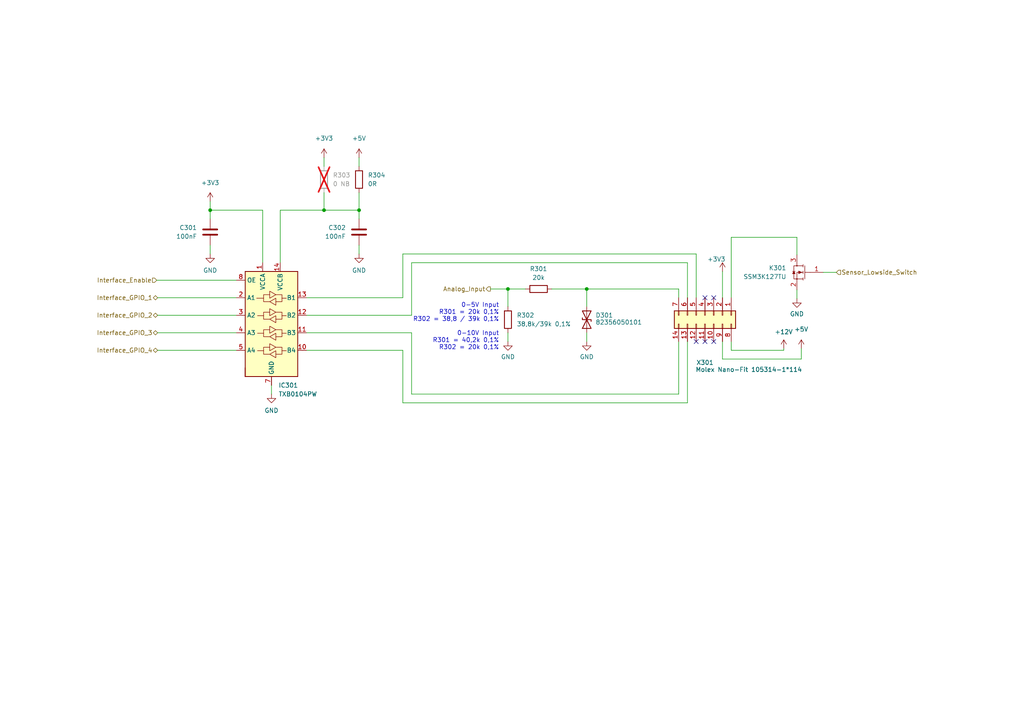
<source format=kicad_sch>
(kicad_sch (version 20250114) (generator "eeschema") (generator_version "9.0")
  (paper "A4")
  (lib_symbols
    (symbol "Connector_Generic:Conn_02x07_Top_Bottom" (pin_names (offset 1.016) (hide yes))
      (property "Reference" "J" (at 1.27 10.16 0))
      (property "Value" "Conn_02x07_Top_Bottom" (at 1.27 -10.16 0))
      (symbol "Conn_02x07_Top_Bottom_1_1"
        (rectangle (start -1.27 8.89) (end 3.81 -8.89) (stroke (width 0.254)) (fill (type background)))
        (rectangle (start -1.27 7.747) (end 0 7.493) (stroke (width 0.1524)))
        (rectangle (start -1.27 5.207) (end 0 4.953) (stroke (width 0.1524)))
        (rectangle (start -1.27 2.667) (end 0 2.413) (stroke (width 0.1524)))
        (rectangle (start -1.27 0.127) (end 0 -0.127) (stroke (width 0.1524)))
        (rectangle (start -1.27 -2.413) (end 0 -2.667) (stroke (width 0.1524)))
        (rectangle (start -1.27 -4.953) (end 0 -5.207) (stroke (width 0.1524)))
        (rectangle (start -1.27 -7.493) (end 0 -7.747) (stroke (width 0.1524)))
        (rectangle (start 3.81 7.747) (end 2.54 7.493) (stroke (width 0.1524)))
        (rectangle (start 3.81 5.207) (end 2.54 4.953) (stroke (width 0.1524)))
        (rectangle (start 3.81 2.667) (end 2.54 2.413) (stroke (width 0.1524)))
        (rectangle (start 3.81 0.127) (end 2.54 -0.127) (stroke (width 0.1524)))
        (rectangle (start 3.81 -2.413) (end 2.54 -2.667) (stroke (width 0.1524)))
        (rectangle (start 3.81 -4.953) (end 2.54 -5.207) (stroke (width 0.1524)))
        (rectangle (start 3.81 -7.493) (end 2.54 -7.747) (stroke (width 0.1524)))
        (pin passive line (at -5.08 7.62 0) (length 3.81) (name "Pin_1") (number "1"))
        (pin passive line (at -5.08 5.08 0) (length 3.81) (name "Pin_2") (number "2"))
        (pin passive line (at -5.08 2.54 0) (length 3.81) (name "Pin_3") (number "3"))
        (pin passive line (at -5.08 0 0) (length 3.81) (name "Pin_4") (number "4"))
        (pin passive line (at -5.08 -2.54 0) (length 3.81) (name "Pin_5") (number "5"))
        (pin passive line (at -5.08 -5.08 0) (length 3.81) (name "Pin_6") (number "6"))
        (pin passive line (at -5.08 -7.62 0) (length 3.81) (name "Pin_7") (number "7"))
        (pin passive line (at 7.62 7.62 180) (length 3.81) (name "Pin_8") (number "8"))
        (pin passive line (at 7.62 5.08 180) (length 3.81) (name "Pin_9") (number "9"))
        (pin passive line (at 7.62 2.54 180) (length 3.81) (name "Pin_10") (number "10"))
        (pin passive line (at 7.62 0 180) (length 3.81) (name "Pin_11") (number "11"))
        (pin passive line (at 7.62 -2.54 180) (length 3.81) (name "Pin_12") (number "12"))
        (pin passive line (at 7.62 -5.08 180) (length 3.81) (name "Pin_13") (number "13"))
        (pin passive line (at 7.62 -7.62 180) (length 3.81) (name "Pin_14") (number "14"))
      )
    )
    (symbol "Device:C" (pin_numbers (hide yes)) (pin_names (offset 0.254))
      (property "Reference" "C" (at 0.635 2.54 0))
      (property "Value" "C" (at 0.635 -2.54 0))
      (symbol "C_0_1"
        (polyline (pts (xy -2.032 0.762) (xy 2.032 0.762)) (stroke (width 0.508)))
        (polyline (pts (xy -2.032 -0.762) (xy 2.032 -0.762)) (stroke (width 0.508)))
      )
      (symbol "C_1_1"
        (pin passive line (at 0 3.81 270) (length 2.794) (name "~") (number "1"))
        (pin passive line (at 0 -3.81 90) (length 2.794) (name "~") (number "2"))
      )
    )
    (symbol "Device:D_TVS" (pin_numbers (hide yes)) (pin_names (offset 1.016) (hide yes))
      (property "Reference" "D" (at 0 2.54 0))
      (property "Value" "D_TVS" (at 0 -2.54 0))
      (symbol "D_TVS_0_1"
        (polyline (pts (xy -2.54 1.27) (xy -2.54 -1.27) (xy 2.54 1.27) (xy 2.54 -1.27) (xy -2.54 1.27)) (stroke (width 0.254)))
        (polyline (pts (xy 0.508 1.27) (xy 0 1.27) (xy 0 -1.27) (xy -0.508 -1.27)) (stroke (width 0.254)))
        (polyline (pts (xy 1.27 0) (xy -1.27 0)))
      )
      (symbol "D_TVS_1_1"
        (pin passive line (at -3.81 0 0) (length 2.54) (name "A1") (number "1"))
        (pin passive line (at 3.81 0 180) (length 2.54) (name "A2") (number "2"))
      )
    )
    (symbol "Device:R" (pin_numbers (hide yes)) (pin_names (offset 0))
      (property "Reference" "R" (at 2.032 0 90))
      (property "Value" "R" (at 0 0 90))
      (symbol "R_0_1"
        (rectangle (start -1.016 -2.54) (end 1.016 2.54) (stroke (width 0.254)))
      )
      (symbol "R_1_1"
        (pin passive line (at 0 3.81 270) (length 1.27) (name "~") (number "1"))
        (pin passive line (at 0 -3.81 90) (length 1.27) (name "~") (number "2"))
      )
    )
    (symbol "HER_Symbole:NMOS_FET"
      (property "Reference" "K301" (at 3.048 -1.2701 0))
      (property "Value" "SSM3K127TU" (at 3.048 1.2699 0))
      (symbol "NMOS_FET_0_1"
        (polyline (pts (xy -3.81 0) (xy -2.286 0)))
        (polyline (pts (xy -2.286 -1.905) (xy -2.286 1.905)))
        (polyline (pts (xy -1.778 2.286) (xy -1.778 1.524)))
        (polyline (pts (xy -1.778 1.905) (xy 0 1.905)))
        (polyline (pts (xy -1.778 0.381) (xy -1.778 -0.381)))
        (polyline (pts (xy -1.778 0) (xy 0 0) (xy 0 2.032)))
        (polyline (pts (xy -1.778 -1.524) (xy -1.778 -2.286)))
        (polyline (pts (xy -1.778 -1.905) (xy 0.254 -1.905) (xy 0.889 -1.905) (xy 0.889 1.905) (xy 0.254 1.905) (xy 0 1.905)))
        (polyline (pts (xy -1.397 0) (xy -0.508 0.381) (xy -0.508 -0.381) (xy -1.397 0)) (fill (type outline)))
        (circle (center 0 1.905) (radius 0.127))
        (circle (center 0 -1.905) (radius 0.127))
        (polyline (pts (xy 0.508 -0.254) (xy 1.27 -0.254)))
        (polyline (pts (xy 0.889 -0.254) (xy 1.27 0.381) (xy 0.508 0.381) (xy 0.889 -0.254)) (fill (type outline)))
      )
      (symbol "NMOS_FET_1_1"
        (pin passive line (at -7.62 0 0) (length 3.81) (name "") (number "1"))
        (pin passive line (at 0 5.08 270) (length 3.048) (name "") (number "2"))
        (pin passive line (at 0 -5.08 90) (length 3.048) (name "") (number "3"))
      )
    )
    (symbol "Logic_LevelTranslator:TXB0104PW"
      (property "Reference" "U" (at -6.35 16.51 0))
      (property "Value" "TXB0104PW" (at 3.81 16.51 0))
      (symbol "TXB0104PW_0_1"
        (rectangle (start -7.62 15.24) (end 7.62 -15.24) (stroke (width 0.254)) (fill (type background)))
        (rectangle (start -7.62 -15.24) (end -7.62 -12.7) (stroke (width 0.254)))
        (polyline (pts (xy -2.286 7.493) (xy -2.286 8.509) (xy -0.508 8.509)))
        (polyline (pts (xy -2.286 2.413) (xy -2.286 3.429) (xy -0.508 3.429)))
        (polyline (pts (xy -2.286 -2.667) (xy -2.286 -1.651) (xy -0.508 -1.651)))
        (polyline (pts (xy -2.286 -7.747) (xy -2.286 -6.731) (xy -0.508 -6.731)))
        (polyline (pts (xy -0.508 6.477) (xy -2.286 6.477) (xy -2.286 7.493) (xy -4.318 7.493)))
        (polyline (pts (xy -0.508 6.477) (xy 1.27 7.493) (xy 1.27 5.461) (xy -0.508 6.477)))
        (polyline (pts (xy -0.508 1.397) (xy -2.286 1.397) (xy -2.286 2.413) (xy -4.064 2.413)))
        (polyline (pts (xy -0.508 1.397) (xy 1.27 2.413) (xy 1.27 0.381) (xy -0.508 1.397)))
        (polyline (pts (xy -0.508 -3.683) (xy -2.286 -3.683) (xy -2.286 -2.667) (xy -4.064 -2.667)))
        (polyline (pts (xy -0.508 -3.683) (xy 1.27 -2.667) (xy 1.27 -4.699) (xy -0.508 -3.683)))
        (polyline (pts (xy -0.508 -8.763) (xy -2.286 -8.763) (xy -2.286 -7.747) (xy -4.064 -7.747)))
        (polyline (pts (xy -0.508 -8.763) (xy 1.27 -7.747) (xy 1.27 -9.779) (xy -0.508 -8.763)))
        (polyline (pts (xy 1.27 8.509) (xy -0.508 7.493) (xy -0.508 9.525) (xy 1.27 8.509)))
        (polyline (pts (xy 1.27 8.509) (xy 3.048 8.509) (xy 3.048 7.493) (xy 4.318 7.493)))
        (polyline (pts (xy 1.27 3.429) (xy -0.508 2.413) (xy -0.508 4.445) (xy 1.27 3.429)))
        (polyline (pts (xy 1.27 3.429) (xy 3.048 3.429) (xy 3.048 2.413) (xy 4.318 2.413)))
        (polyline (pts (xy 1.27 -1.651) (xy -0.508 -2.667) (xy -0.508 -0.635) (xy 1.27 -1.651)))
        (polyline (pts (xy 1.27 -1.651) (xy 3.048 -1.651) (xy 3.048 -2.667) (xy 4.318 -2.667)))
        (polyline (pts (xy 1.27 -6.731) (xy -0.508 -7.747) (xy -0.508 -5.715) (xy 1.27 -6.731)))
        (polyline (pts (xy 1.27 -6.731) (xy 3.048 -6.731) (xy 3.048 -7.747) (xy 4.318 -7.747)))
        (polyline (pts (xy 3.048 7.493) (xy 3.048 6.477) (xy 1.27 6.477)))
        (polyline (pts (xy 3.048 2.413) (xy 3.048 1.397) (xy 1.27 1.397)))
        (polyline (pts (xy 3.048 -2.667) (xy 3.048 -3.683) (xy 1.27 -3.683)))
        (polyline (pts (xy 3.048 -7.747) (xy 3.048 -8.763) (xy 1.27 -8.763)))
      )
      (symbol "TXB0104PW_1_1"
        (pin input line (at -10.16 12.7 0) (length 2.54) (name "OE") (number "8"))
        (pin bidirectional line (at -10.16 7.62 0) (length 2.54) (name "A1") (number "2"))
        (pin bidirectional line (at -10.16 2.54 0) (length 2.54) (name "A2") (number "3"))
        (pin bidirectional line (at -10.16 -2.54 0) (length 2.54) (name "A3") (number "4"))
        (pin bidirectional line (at -10.16 -7.62 0) (length 2.54) (name "A4") (number "5"))
        (pin no_connect line (at -10.16 -12.7 0) (length 2.54) (hide yes) (name "NC") (number "6"))
        (pin power_in line (at -2.54 17.78 270) (length 2.54) (name "VCCA") (number "1"))
        (pin power_in line (at 0 -17.78 90) (length 2.54) (name "GND") (number "7"))
        (pin power_in line (at 2.54 17.78 270) (length 2.54) (name "VCCB") (number "14"))
        (pin bidirectional line (at 10.16 7.62 180) (length 2.54) (name "B1") (number "13"))
        (pin bidirectional line (at 10.16 2.54 180) (length 2.54) (name "B2") (number "12"))
        (pin bidirectional line (at 10.16 -2.54 180) (length 2.54) (name "B3") (number "11"))
        (pin bidirectional line (at 10.16 -7.62 180) (length 2.54) (name "B4") (number "10"))
        (pin no_connect line (at 10.16 -12.7 180) (length 2.54) (hide yes) (name "NC") (number "9"))
      )
    )
    (symbol "power:+12V" (power) (pin_names (offset 0))
      (property "Value" "+12V" (at 0 3.556 0))
      (symbol "+12V_0_1"
        (polyline (pts (xy -0.762 1.27) (xy 0 2.54)))
        (polyline (pts (xy 0 2.54) (xy 0.762 1.27)))
        (polyline (pts (xy 0 0) (xy 0 2.54)))
      )
      (symbol "+12V_1_1"
        (pin power_in line (at 0 0 90) (length 0) (hide yes) (name "+12V") (number "1"))
      )
    )
    (symbol "power:+3.3V" (power) (pin_names (offset 0))
      (property "Value" "+3.3V" (at 0 3.556 0))
      (symbol "+3.3V_0_1"
        (polyline (pts (xy -0.762 1.27) (xy 0 2.54)))
        (polyline (pts (xy 0 2.54) (xy 0.762 1.27)))
        (polyline (pts (xy 0 0) (xy 0 2.54)))
      )
      (symbol "+3.3V_1_1"
        (pin power_in line (at 0 0 90) (length 0) (hide yes) (name "+3V3") (number "1"))
      )
    )
    (symbol "power:+3V3" (power) (pin_names (offset 0))
      (property "Value" "+3V3" (at 0 3.556 0))
      (symbol "+3V3_0_1"
        (polyline (pts (xy -0.762 1.27) (xy 0 2.54)))
        (polyline (pts (xy 0 2.54) (xy 0.762 1.27)))
        (polyline (pts (xy 0 0) (xy 0 2.54)))
      )
      (symbol "+3V3_1_1"
        (pin power_in line (at 0 0 90) (length 0) (hide yes) (name "+3V3") (number "1"))
      )
    )
    (symbol "power:+5V" (power) (pin_names (offset 0))
      (property "Value" "+5V" (at 0 3.556 0))
      (symbol "+5V_0_1"
        (polyline (pts (xy -0.762 1.27) (xy 0 2.54)))
        (polyline (pts (xy 0 2.54) (xy 0.762 1.27)))
        (polyline (pts (xy 0 0) (xy 0 2.54)))
      )
      (symbol "+5V_1_1"
        (pin power_in line (at 0 0 90) (length 0) (hide yes) (name "+5V") (number "1"))
      )
    )
    (symbol "power:GND" (power) (pin_names (offset 0))
      (property "Value" "GND" (at 0 -3.81 0))
      (symbol "GND_0_1"
        (polyline (pts (xy 0 0) (xy 0 -1.27) (xy 1.27 -1.27) (xy 0 -2.54) (xy -1.27 -1.27) (xy 0 -1.27)))
      )
      (symbol "GND_1_1"
        (pin power_in line (at 0 0 270) (length 0) (hide yes) (name "GND") (number "1"))
      )
    )
  )
  (text "0-5V Input\nR301 = 20k 0,1%\nR302 = 38,8 / 39k 0,1%\n\n0-10V Input\nR301 = 40,2k 0,1%\nR302 = 20k 0,1%\n" (at 144.78 101.6 0) (effects (font (size 1.27 1.27)) (justify right bottom)))
  (junction (at 104.14 60.96))
  (junction (at 147.32 83.82))
  (junction (at 93.98 60.96))
  (junction (at 60.96 60.96))
  (junction (at 170.18 83.82))
  (no_connect (at 204.47 86.36))
  (no_connect (at 207.01 86.36))
  (no_connect (at 201.93 99.06))
  (no_connect (at 207.01 99.06))
  (no_connect (at 204.47 99.06))
  (wire (pts (xy 170.18 96.52) (xy 170.18 99.06)))
  (wire (pts (xy 119.38 96.52) (xy 119.38 114.3)))
  (wire (pts (xy 119.38 76.2) (xy 119.38 91.44)))
  (wire (pts (xy 212.09 101.6) (xy 227.33 101.6)))
  (wire (pts (xy 76.2 60.96) (xy 76.2 76.2)))
  (wire (pts (xy 231.14 68.834) (xy 231.14 73.914)))
  (wire (pts (xy 60.96 60.96) (xy 60.96 63.5)))
  (wire (pts (xy 238.76 78.994) (xy 242.57 78.994)))
  (wire (pts (xy 88.9 96.52) (xy 119.38 96.52)))
  (wire (pts (xy 227.33 101.6) (xy 227.33 101.092)))
  (wire (pts (xy 199.39 76.2) (xy 119.38 76.2)))
  (wire (pts (xy 104.14 55.88) (xy 104.14 60.96)))
  (wire (pts (xy 60.96 73.66) (xy 60.96 71.12)))
  (wire (pts (xy 116.84 116.84) (xy 199.39 116.84)))
  (wire (pts (xy 196.85 83.82) (xy 196.85 86.36)))
  (wire (pts (xy 45.466 81.28) (xy 68.58 81.28)))
  (wire (pts (xy 60.96 58.42) (xy 60.96 60.96)))
  (wire (pts (xy 93.98 45.72) (xy 93.98 48.26)))
  (wire (pts (xy 116.84 101.6) (xy 116.84 116.84)))
  (wire (pts (xy 104.14 60.96) (xy 104.14 63.5)))
  (wire (pts (xy 170.18 83.82) (xy 170.18 88.9)))
  (wire (pts (xy 45.72 101.6) (xy 68.58 101.6)))
  (wire (pts (xy 116.84 73.66) (xy 201.93 73.66)))
  (wire (pts (xy 116.84 86.36) (xy 116.84 73.66)))
  (wire (pts (xy 45.72 96.52) (xy 68.58 96.52)))
  (wire (pts (xy 88.9 101.6) (xy 116.84 101.6)))
  (wire (pts (xy 60.96 60.96) (xy 76.2 60.96)))
  (wire (pts (xy 147.32 96.52) (xy 147.32 99.06)))
  (wire (pts (xy 81.28 60.96) (xy 81.28 76.2)))
  (wire (pts (xy 232.41 104.14) (xy 209.55 104.14)))
  (wire (pts (xy 88.9 91.44) (xy 119.38 91.44)))
  (wire (pts (xy 170.18 83.82) (xy 196.85 83.82)))
  (wire (pts (xy 93.98 55.88) (xy 93.98 60.96)))
  (wire (pts (xy 104.14 71.12) (xy 104.14 73.66)))
  (wire (pts (xy 209.55 104.14) (xy 209.55 99.06)))
  (wire (pts (xy 45.72 86.36) (xy 68.58 86.36)))
  (wire (pts (xy 199.39 86.36) (xy 199.39 76.2)))
  (wire (pts (xy 232.41 104.14) (xy 232.41 101.092)))
  (wire (pts (xy 104.14 45.72) (xy 104.14 48.26)))
  (wire (pts (xy 212.09 68.834) (xy 212.09 86.36)))
  (wire (pts (xy 142.24 83.82) (xy 147.32 83.82)))
  (wire (pts (xy 196.85 99.06) (xy 196.85 114.3)))
  (wire (pts (xy 147.32 83.82) (xy 147.32 88.9)))
  (wire (pts (xy 147.32 83.82) (xy 152.4 83.82)))
  (wire (pts (xy 199.39 116.84) (xy 199.39 99.06)))
  (wire (pts (xy 231.14 84.074) (xy 231.14 86.614)))
  (wire (pts (xy 201.93 73.66) (xy 201.93 86.36)))
  (wire (pts (xy 93.98 60.96) (xy 104.14 60.96)))
  (wire (pts (xy 88.9 86.36) (xy 116.84 86.36)))
  (wire (pts (xy 81.28 60.96) (xy 93.98 60.96)))
  (wire (pts (xy 209.55 86.36) (xy 209.55 78.74)))
  (wire (pts (xy 212.09 68.834) (xy 231.14 68.834)))
  (wire (pts (xy 78.74 111.76) (xy 78.74 114.3)))
  (wire (pts (xy 119.38 114.3) (xy 196.85 114.3)))
  (wire (pts (xy 160.02 83.82) (xy 170.18 83.82)))
  (wire (pts (xy 212.09 99.06) (xy 212.09 101.6)))
  (wire (pts (xy 45.72 91.44) (xy 68.58 91.44)))
  (hierarchical_label "Interface_GPIO_3" (shape bidirectional) (at 45.72 96.52 180))
  (hierarchical_label "Sensor_Lowside_Switch" (shape input) (at 242.57 78.994 0))
  (hierarchical_label "Interface_GPIO_1" (shape bidirectional) (at 45.72 86.36 180))
  (hierarchical_label "Interface_GPIO_4" (shape bidirectional) (at 45.72 101.6 180))
  (hierarchical_label "Analog_Input" (shape output) (at 142.24 83.82 180))
  (hierarchical_label "Interface_Enable" (shape input) (at 45.466 81.28 180))
  (hierarchical_label "Interface_GPIO_2" (shape bidirectional) (at 45.72 91.44 180))
  (symbol (lib_id "Device:R") (at 147.32 92.71 180) (unit 1)
    (property "Reference" "R302" (at 149.86 91.4399 0) (effects (justify right)))
    (property "Value" "38,8k/39k 0,1%" (at 149.86 93.9799 0) (effects (justify right)))
    (property "Footprint" "Resistor_SMD:R_0603_1608Metric_Pad0.98x0.95mm_HandSolder" (effects (hide yes)))
  )
  (symbol (lib_id "HER_Symbole:NMOS_FET") (at 231.14 78.994 180) (unit 1)
    (property "Reference" "K301" (at 228.092 77.7239 0) (effects (justify left)))
    (property "Value" "SSM3K127TU" (at 228.092 80.2639 0) (effects (justify left)))
    (property "Footprint" "Package_TO_SOT_SMD:SOT-23" (effects (hide yes)))
    (property "eurocircuits_MPN" "BSH105,215" (effects (hide yes)))
  )
  (symbol (lib_id "power:GND") (at 147.32 99.06 0) (mirror y) (unit 1)
    (property "Reference" "#PWR0106" (effects (hide yes)))
    (property "Value" "GND" (at 147.32 103.505 0))
  )
  (symbol (lib_id "power:+3.3V") (at 60.96 58.42 0) (mirror y) (unit 1)
    (property "Reference" "#PWR0110" (effects (hide yes)))
    (property "Value" "+3V3" (at 60.96 53.0225 0))
  )
  (symbol (lib_id "power:GND") (at 170.18 99.06 0) (mirror y) (unit 1)
    (property "Reference" "#PWR0112" (effects (hide yes)))
    (property "Value" "GND" (at 170.18 103.505 0))
  )
  (symbol (lib_id "Device:R") (at 93.98 52.07 0) (unit 1) (dnp yes)
    (property "Reference" "R303" (at 96.52 50.7999 0) (effects (justify left)))
    (property "Value" "0 NB" (at 96.52 53.3399 0) (effects (justify left)))
    (property "Footprint" "Resistor_SMD:R_0603_1608Metric_Pad0.98x0.95mm_HandSolder" (effects (hide yes)))
  )
  (symbol (lib_id "Device:R") (at 104.14 52.07 0) (unit 1)
    (property "Reference" "R304" (at 106.68 50.7999 0) (effects (justify left)))
    (property "Value" "0R" (at 106.68 53.3399 0) (effects (justify left)))
    (property "Footprint" "Resistor_SMD:R_0603_1608Metric_Pad0.98x0.95mm_HandSolder" (effects (hide yes)))
    (property "eurocircuits_MPN" "MCWR06X000 PTL" (effects (hide yes)))
  )
  (symbol (lib_id "power:GND") (at 231.14 86.614 0) (unit 1)
    (property "Reference" "#PWR0101" (effects (hide yes)))
    (property "Value" "GND" (at 231.14 91.059 0))
  )
  (symbol (lib_id "Device:C") (at 104.14 67.31 0) (mirror y) (unit 1)
    (property "Reference" "C302" (at 100.33 66.0399 0) (effects (justify left)))
    (property "Value" "100nF" (at 100.33 68.5799 0) (effects (justify left)))
    (property "Footprint" "Capacitor_SMD:C_0603_1608Metric_Pad1.08x0.95mm_HandSolder" (effects (hide yes)))
    (property "eurocircuits_MPN" "GPC0603104" (effects (hide yes)))
  )
  (symbol (lib_id "Device:D_TVS") (at 170.18 92.71 90) (unit 1)
    (property "Reference" "D301" (at 172.72 91.4399 90) (effects (justify right)))
    (property "Value" "82356050101" (at 172.72 93.472 90) (effects (justify right)))
    (property "Footprint" "Diode_SMD:D_0603_1608Metric" (effects (hide yes)))
  )
  (symbol (lib_id "power:GND") (at 104.14 73.66 0) (mirror y) (unit 1)
    (property "Reference" "#PWR0109" (effects (hide yes)))
    (property "Value" "GND" (at 104.14 78.4225 0))
  )
  (symbol (lib_id "power:GND") (at 78.74 114.3 0) (mirror y) (unit 1)
    (property "Reference" "#PWR0105" (effects (hide yes)))
    (property "Value" "GND" (at 78.74 119.0625 0))
  )
  (symbol (lib_id "power:+12V") (at 227.33 101.092 0) (unit 1)
    (property "Reference" "#PWR0102" (effects (hide yes)))
    (property "Value" "+12V" (at 227.33 96.266 0))
  )
  (symbol (lib_id "power:+3V3") (at 209.55 78.74 0) (unit 1)
    (property "Reference" "#PWR0104" (effects (hide yes)))
    (property "Value" "+3V3" (at 207.772 75.184 0))
  )
  (symbol (lib_id "Device:R") (at 156.21 83.82 90) (unit 1)
    (property "Reference" "R301" (at 156.21 77.978 90))
    (property "Value" "20k" (at 156.21 80.518 90))
    (property "Footprint" "Resistor_SMD:R_0603_1608Metric_Pad0.98x0.95mm_HandSolder" (effects (hide yes)))
  )
  (symbol (lib_id "Logic_LevelTranslator:TXB0104PW") (at 78.74 93.98 0) (unit 1)
    (property "Reference" "IC301" (at 80.7594 111.76 0) (effects (justify left)))
    (property "Value" "TXB0104PW" (at 80.7594 114.3 0) (effects (justify left)))
    (property "Footprint" "Package_SO:TSSOP-14_4.4x5mm_P0.65mm" (effects (hide yes)))
    (property "Datasheet" "http://www.ti.com/lit/ds/symlink/txb0104.pdf" (effects (hide yes)))
  )
  (symbol (lib_id "power:+5V") (at 104.14 45.72 0) (unit 1)
    (property "Reference" "#PWR0107" (effects (hide yes)))
    (property "Value" "+5V" (at 104.14 40.132 0))
  )
  (symbol (lib_id "power:GND") (at 60.96 73.66 0) (mirror y) (unit 1)
    (property "Reference" "#PWR0111" (effects (hide yes)))
    (property "Value" "GND" (at 60.96 78.4225 0))
  )
  (symbol (lib_id "Connector_Generic:Conn_02x07_Top_Bottom") (at 204.47 91.44 270) (unit 1)
    (property "Reference" "X301" (at 207.01 105.156 90) (effects (justify right)))
    (property "Value" "Molex Nano-Fit 105314-1*114" (at 232.664 107.188 90) (effects (justify right)))
    (property "Footprint" "Connector_Molex:Molex_Nano-Fit_105314-xx14_2x07_P2.50mm_Horizontal" (effects (hide yes)))
    (property "eurocircuits_MPN" "105314-1114" (effects (hide yes)))
  )
  (symbol (lib_id "power:+3V3") (at 93.98 45.72 0) (unit 1)
    (property "Reference" "#PWR0108" (effects (hide yes)))
    (property "Value" "+3V3" (at 93.98 40.132 0))
  )
  (symbol (lib_id "power:+5V") (at 232.41 101.092 0) (unit 1)
    (property "Reference" "#PWR0103" (effects (hide yes)))
    (property "Value" "+5V" (at 232.41 95.504 0))
  )
  (symbol (lib_id "Device:C") (at 60.96 67.31 0) (mirror y) (unit 1)
    (property "Reference" "C301" (at 57.15 66.0399 0) (effects (justify left)))
    (property "Value" "100nF" (at 57.15 68.5799 0) (effects (justify left)))
    (property "Footprint" "Capacitor_SMD:C_0603_1608Metric_Pad1.08x0.95mm_HandSolder" (effects (hide yes)))
    (property "eurocircuits_MPN" "GPC0603104" (effects (hide yes)))
  )
)
</source>
